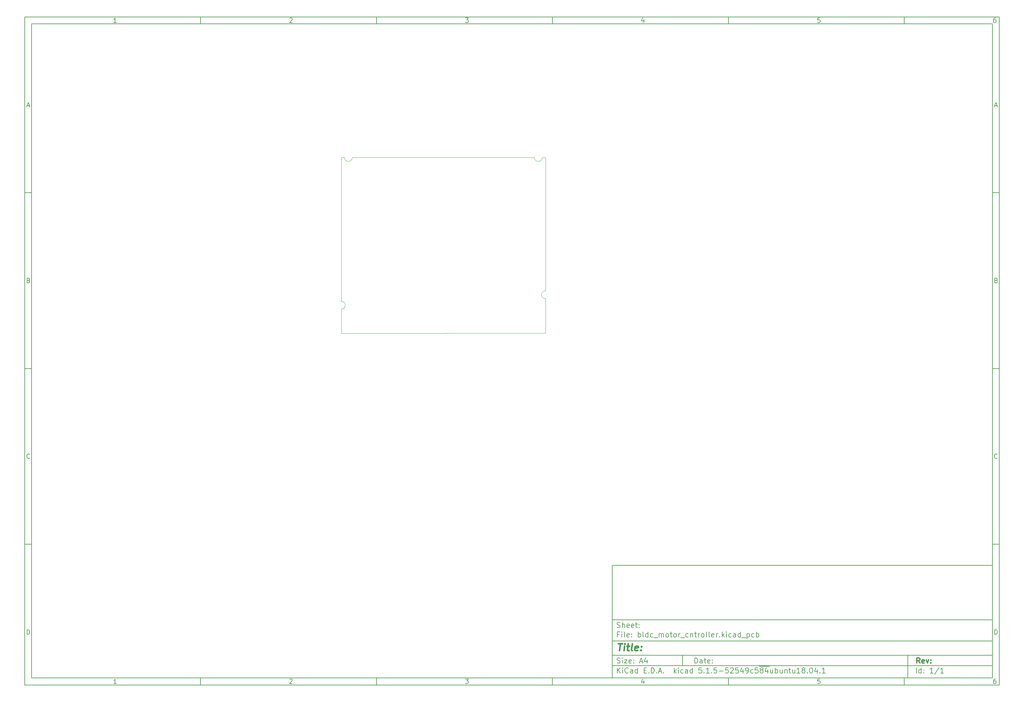
<source format=gbr>
G04 #@! TF.GenerationSoftware,KiCad,Pcbnew,5.1.5-52549c5~84~ubuntu18.04.1*
G04 #@! TF.CreationDate,2020-02-16T22:49:10+01:00*
G04 #@! TF.ProjectId,bldc_motor_cntroller,626c6463-5f6d-46f7-946f-725f636e7472,rev?*
G04 #@! TF.SameCoordinates,Original*
G04 #@! TF.FileFunction,Profile,NP*
%FSLAX46Y46*%
G04 Gerber Fmt 4.6, Leading zero omitted, Abs format (unit mm)*
G04 Created by KiCad (PCBNEW 5.1.5-52549c5~84~ubuntu18.04.1) date 2020-02-16 22:49:10*
%MOMM*%
%LPD*%
G04 APERTURE LIST*
%ADD10C,0.100000*%
%ADD11C,0.150000*%
%ADD12C,0.300000*%
%ADD13C,0.400000*%
G04 APERTURE END LIST*
D10*
D11*
X177002200Y-166007200D02*
X177002200Y-198007200D01*
X285002200Y-198007200D01*
X285002200Y-166007200D01*
X177002200Y-166007200D01*
D10*
D11*
X10000000Y-10000000D02*
X10000000Y-200007200D01*
X287002200Y-200007200D01*
X287002200Y-10000000D01*
X10000000Y-10000000D01*
D10*
D11*
X12000000Y-12000000D02*
X12000000Y-198007200D01*
X285002200Y-198007200D01*
X285002200Y-12000000D01*
X12000000Y-12000000D01*
D10*
D11*
X60000000Y-12000000D02*
X60000000Y-10000000D01*
D10*
D11*
X110000000Y-12000000D02*
X110000000Y-10000000D01*
D10*
D11*
X160000000Y-12000000D02*
X160000000Y-10000000D01*
D10*
D11*
X210000000Y-12000000D02*
X210000000Y-10000000D01*
D10*
D11*
X260000000Y-12000000D02*
X260000000Y-10000000D01*
D10*
D11*
X36065476Y-11588095D02*
X35322619Y-11588095D01*
X35694047Y-11588095D02*
X35694047Y-10288095D01*
X35570238Y-10473809D01*
X35446428Y-10597619D01*
X35322619Y-10659523D01*
D10*
D11*
X85322619Y-10411904D02*
X85384523Y-10350000D01*
X85508333Y-10288095D01*
X85817857Y-10288095D01*
X85941666Y-10350000D01*
X86003571Y-10411904D01*
X86065476Y-10535714D01*
X86065476Y-10659523D01*
X86003571Y-10845238D01*
X85260714Y-11588095D01*
X86065476Y-11588095D01*
D10*
D11*
X135260714Y-10288095D02*
X136065476Y-10288095D01*
X135632142Y-10783333D01*
X135817857Y-10783333D01*
X135941666Y-10845238D01*
X136003571Y-10907142D01*
X136065476Y-11030952D01*
X136065476Y-11340476D01*
X136003571Y-11464285D01*
X135941666Y-11526190D01*
X135817857Y-11588095D01*
X135446428Y-11588095D01*
X135322619Y-11526190D01*
X135260714Y-11464285D01*
D10*
D11*
X185941666Y-10721428D02*
X185941666Y-11588095D01*
X185632142Y-10226190D02*
X185322619Y-11154761D01*
X186127380Y-11154761D01*
D10*
D11*
X236003571Y-10288095D02*
X235384523Y-10288095D01*
X235322619Y-10907142D01*
X235384523Y-10845238D01*
X235508333Y-10783333D01*
X235817857Y-10783333D01*
X235941666Y-10845238D01*
X236003571Y-10907142D01*
X236065476Y-11030952D01*
X236065476Y-11340476D01*
X236003571Y-11464285D01*
X235941666Y-11526190D01*
X235817857Y-11588095D01*
X235508333Y-11588095D01*
X235384523Y-11526190D01*
X235322619Y-11464285D01*
D10*
D11*
X285941666Y-10288095D02*
X285694047Y-10288095D01*
X285570238Y-10350000D01*
X285508333Y-10411904D01*
X285384523Y-10597619D01*
X285322619Y-10845238D01*
X285322619Y-11340476D01*
X285384523Y-11464285D01*
X285446428Y-11526190D01*
X285570238Y-11588095D01*
X285817857Y-11588095D01*
X285941666Y-11526190D01*
X286003571Y-11464285D01*
X286065476Y-11340476D01*
X286065476Y-11030952D01*
X286003571Y-10907142D01*
X285941666Y-10845238D01*
X285817857Y-10783333D01*
X285570238Y-10783333D01*
X285446428Y-10845238D01*
X285384523Y-10907142D01*
X285322619Y-11030952D01*
D10*
D11*
X60000000Y-198007200D02*
X60000000Y-200007200D01*
D10*
D11*
X110000000Y-198007200D02*
X110000000Y-200007200D01*
D10*
D11*
X160000000Y-198007200D02*
X160000000Y-200007200D01*
D10*
D11*
X210000000Y-198007200D02*
X210000000Y-200007200D01*
D10*
D11*
X260000000Y-198007200D02*
X260000000Y-200007200D01*
D10*
D11*
X36065476Y-199595295D02*
X35322619Y-199595295D01*
X35694047Y-199595295D02*
X35694047Y-198295295D01*
X35570238Y-198481009D01*
X35446428Y-198604819D01*
X35322619Y-198666723D01*
D10*
D11*
X85322619Y-198419104D02*
X85384523Y-198357200D01*
X85508333Y-198295295D01*
X85817857Y-198295295D01*
X85941666Y-198357200D01*
X86003571Y-198419104D01*
X86065476Y-198542914D01*
X86065476Y-198666723D01*
X86003571Y-198852438D01*
X85260714Y-199595295D01*
X86065476Y-199595295D01*
D10*
D11*
X135260714Y-198295295D02*
X136065476Y-198295295D01*
X135632142Y-198790533D01*
X135817857Y-198790533D01*
X135941666Y-198852438D01*
X136003571Y-198914342D01*
X136065476Y-199038152D01*
X136065476Y-199347676D01*
X136003571Y-199471485D01*
X135941666Y-199533390D01*
X135817857Y-199595295D01*
X135446428Y-199595295D01*
X135322619Y-199533390D01*
X135260714Y-199471485D01*
D10*
D11*
X185941666Y-198728628D02*
X185941666Y-199595295D01*
X185632142Y-198233390D02*
X185322619Y-199161961D01*
X186127380Y-199161961D01*
D10*
D11*
X236003571Y-198295295D02*
X235384523Y-198295295D01*
X235322619Y-198914342D01*
X235384523Y-198852438D01*
X235508333Y-198790533D01*
X235817857Y-198790533D01*
X235941666Y-198852438D01*
X236003571Y-198914342D01*
X236065476Y-199038152D01*
X236065476Y-199347676D01*
X236003571Y-199471485D01*
X235941666Y-199533390D01*
X235817857Y-199595295D01*
X235508333Y-199595295D01*
X235384523Y-199533390D01*
X235322619Y-199471485D01*
D10*
D11*
X285941666Y-198295295D02*
X285694047Y-198295295D01*
X285570238Y-198357200D01*
X285508333Y-198419104D01*
X285384523Y-198604819D01*
X285322619Y-198852438D01*
X285322619Y-199347676D01*
X285384523Y-199471485D01*
X285446428Y-199533390D01*
X285570238Y-199595295D01*
X285817857Y-199595295D01*
X285941666Y-199533390D01*
X286003571Y-199471485D01*
X286065476Y-199347676D01*
X286065476Y-199038152D01*
X286003571Y-198914342D01*
X285941666Y-198852438D01*
X285817857Y-198790533D01*
X285570238Y-198790533D01*
X285446428Y-198852438D01*
X285384523Y-198914342D01*
X285322619Y-199038152D01*
D10*
D11*
X10000000Y-60000000D02*
X12000000Y-60000000D01*
D10*
D11*
X10000000Y-110000000D02*
X12000000Y-110000000D01*
D10*
D11*
X10000000Y-160000000D02*
X12000000Y-160000000D01*
D10*
D11*
X10690476Y-35216666D02*
X11309523Y-35216666D01*
X10566666Y-35588095D02*
X11000000Y-34288095D01*
X11433333Y-35588095D01*
D10*
D11*
X11092857Y-84907142D02*
X11278571Y-84969047D01*
X11340476Y-85030952D01*
X11402380Y-85154761D01*
X11402380Y-85340476D01*
X11340476Y-85464285D01*
X11278571Y-85526190D01*
X11154761Y-85588095D01*
X10659523Y-85588095D01*
X10659523Y-84288095D01*
X11092857Y-84288095D01*
X11216666Y-84350000D01*
X11278571Y-84411904D01*
X11340476Y-84535714D01*
X11340476Y-84659523D01*
X11278571Y-84783333D01*
X11216666Y-84845238D01*
X11092857Y-84907142D01*
X10659523Y-84907142D01*
D10*
D11*
X11402380Y-135464285D02*
X11340476Y-135526190D01*
X11154761Y-135588095D01*
X11030952Y-135588095D01*
X10845238Y-135526190D01*
X10721428Y-135402380D01*
X10659523Y-135278571D01*
X10597619Y-135030952D01*
X10597619Y-134845238D01*
X10659523Y-134597619D01*
X10721428Y-134473809D01*
X10845238Y-134350000D01*
X11030952Y-134288095D01*
X11154761Y-134288095D01*
X11340476Y-134350000D01*
X11402380Y-134411904D01*
D10*
D11*
X10659523Y-185588095D02*
X10659523Y-184288095D01*
X10969047Y-184288095D01*
X11154761Y-184350000D01*
X11278571Y-184473809D01*
X11340476Y-184597619D01*
X11402380Y-184845238D01*
X11402380Y-185030952D01*
X11340476Y-185278571D01*
X11278571Y-185402380D01*
X11154761Y-185526190D01*
X10969047Y-185588095D01*
X10659523Y-185588095D01*
D10*
D11*
X287002200Y-60000000D02*
X285002200Y-60000000D01*
D10*
D11*
X287002200Y-110000000D02*
X285002200Y-110000000D01*
D10*
D11*
X287002200Y-160000000D02*
X285002200Y-160000000D01*
D10*
D11*
X285692676Y-35216666D02*
X286311723Y-35216666D01*
X285568866Y-35588095D02*
X286002200Y-34288095D01*
X286435533Y-35588095D01*
D10*
D11*
X286095057Y-84907142D02*
X286280771Y-84969047D01*
X286342676Y-85030952D01*
X286404580Y-85154761D01*
X286404580Y-85340476D01*
X286342676Y-85464285D01*
X286280771Y-85526190D01*
X286156961Y-85588095D01*
X285661723Y-85588095D01*
X285661723Y-84288095D01*
X286095057Y-84288095D01*
X286218866Y-84350000D01*
X286280771Y-84411904D01*
X286342676Y-84535714D01*
X286342676Y-84659523D01*
X286280771Y-84783333D01*
X286218866Y-84845238D01*
X286095057Y-84907142D01*
X285661723Y-84907142D01*
D10*
D11*
X286404580Y-135464285D02*
X286342676Y-135526190D01*
X286156961Y-135588095D01*
X286033152Y-135588095D01*
X285847438Y-135526190D01*
X285723628Y-135402380D01*
X285661723Y-135278571D01*
X285599819Y-135030952D01*
X285599819Y-134845238D01*
X285661723Y-134597619D01*
X285723628Y-134473809D01*
X285847438Y-134350000D01*
X286033152Y-134288095D01*
X286156961Y-134288095D01*
X286342676Y-134350000D01*
X286404580Y-134411904D01*
D10*
D11*
X285661723Y-185588095D02*
X285661723Y-184288095D01*
X285971247Y-184288095D01*
X286156961Y-184350000D01*
X286280771Y-184473809D01*
X286342676Y-184597619D01*
X286404580Y-184845238D01*
X286404580Y-185030952D01*
X286342676Y-185278571D01*
X286280771Y-185402380D01*
X286156961Y-185526190D01*
X285971247Y-185588095D01*
X285661723Y-185588095D01*
D10*
D11*
X200434342Y-193785771D02*
X200434342Y-192285771D01*
X200791485Y-192285771D01*
X201005771Y-192357200D01*
X201148628Y-192500057D01*
X201220057Y-192642914D01*
X201291485Y-192928628D01*
X201291485Y-193142914D01*
X201220057Y-193428628D01*
X201148628Y-193571485D01*
X201005771Y-193714342D01*
X200791485Y-193785771D01*
X200434342Y-193785771D01*
X202577200Y-193785771D02*
X202577200Y-193000057D01*
X202505771Y-192857200D01*
X202362914Y-192785771D01*
X202077200Y-192785771D01*
X201934342Y-192857200D01*
X202577200Y-193714342D02*
X202434342Y-193785771D01*
X202077200Y-193785771D01*
X201934342Y-193714342D01*
X201862914Y-193571485D01*
X201862914Y-193428628D01*
X201934342Y-193285771D01*
X202077200Y-193214342D01*
X202434342Y-193214342D01*
X202577200Y-193142914D01*
X203077200Y-192785771D02*
X203648628Y-192785771D01*
X203291485Y-192285771D02*
X203291485Y-193571485D01*
X203362914Y-193714342D01*
X203505771Y-193785771D01*
X203648628Y-193785771D01*
X204720057Y-193714342D02*
X204577200Y-193785771D01*
X204291485Y-193785771D01*
X204148628Y-193714342D01*
X204077200Y-193571485D01*
X204077200Y-193000057D01*
X204148628Y-192857200D01*
X204291485Y-192785771D01*
X204577200Y-192785771D01*
X204720057Y-192857200D01*
X204791485Y-193000057D01*
X204791485Y-193142914D01*
X204077200Y-193285771D01*
X205434342Y-193642914D02*
X205505771Y-193714342D01*
X205434342Y-193785771D01*
X205362914Y-193714342D01*
X205434342Y-193642914D01*
X205434342Y-193785771D01*
X205434342Y-192857200D02*
X205505771Y-192928628D01*
X205434342Y-193000057D01*
X205362914Y-192928628D01*
X205434342Y-192857200D01*
X205434342Y-193000057D01*
D10*
D11*
X177002200Y-194507200D02*
X285002200Y-194507200D01*
D10*
D11*
X178434342Y-196585771D02*
X178434342Y-195085771D01*
X179291485Y-196585771D02*
X178648628Y-195728628D01*
X179291485Y-195085771D02*
X178434342Y-195942914D01*
X179934342Y-196585771D02*
X179934342Y-195585771D01*
X179934342Y-195085771D02*
X179862914Y-195157200D01*
X179934342Y-195228628D01*
X180005771Y-195157200D01*
X179934342Y-195085771D01*
X179934342Y-195228628D01*
X181505771Y-196442914D02*
X181434342Y-196514342D01*
X181220057Y-196585771D01*
X181077200Y-196585771D01*
X180862914Y-196514342D01*
X180720057Y-196371485D01*
X180648628Y-196228628D01*
X180577200Y-195942914D01*
X180577200Y-195728628D01*
X180648628Y-195442914D01*
X180720057Y-195300057D01*
X180862914Y-195157200D01*
X181077200Y-195085771D01*
X181220057Y-195085771D01*
X181434342Y-195157200D01*
X181505771Y-195228628D01*
X182791485Y-196585771D02*
X182791485Y-195800057D01*
X182720057Y-195657200D01*
X182577200Y-195585771D01*
X182291485Y-195585771D01*
X182148628Y-195657200D01*
X182791485Y-196514342D02*
X182648628Y-196585771D01*
X182291485Y-196585771D01*
X182148628Y-196514342D01*
X182077200Y-196371485D01*
X182077200Y-196228628D01*
X182148628Y-196085771D01*
X182291485Y-196014342D01*
X182648628Y-196014342D01*
X182791485Y-195942914D01*
X184148628Y-196585771D02*
X184148628Y-195085771D01*
X184148628Y-196514342D02*
X184005771Y-196585771D01*
X183720057Y-196585771D01*
X183577200Y-196514342D01*
X183505771Y-196442914D01*
X183434342Y-196300057D01*
X183434342Y-195871485D01*
X183505771Y-195728628D01*
X183577200Y-195657200D01*
X183720057Y-195585771D01*
X184005771Y-195585771D01*
X184148628Y-195657200D01*
X186005771Y-195800057D02*
X186505771Y-195800057D01*
X186720057Y-196585771D02*
X186005771Y-196585771D01*
X186005771Y-195085771D01*
X186720057Y-195085771D01*
X187362914Y-196442914D02*
X187434342Y-196514342D01*
X187362914Y-196585771D01*
X187291485Y-196514342D01*
X187362914Y-196442914D01*
X187362914Y-196585771D01*
X188077200Y-196585771D02*
X188077200Y-195085771D01*
X188434342Y-195085771D01*
X188648628Y-195157200D01*
X188791485Y-195300057D01*
X188862914Y-195442914D01*
X188934342Y-195728628D01*
X188934342Y-195942914D01*
X188862914Y-196228628D01*
X188791485Y-196371485D01*
X188648628Y-196514342D01*
X188434342Y-196585771D01*
X188077200Y-196585771D01*
X189577200Y-196442914D02*
X189648628Y-196514342D01*
X189577200Y-196585771D01*
X189505771Y-196514342D01*
X189577200Y-196442914D01*
X189577200Y-196585771D01*
X190220057Y-196157200D02*
X190934342Y-196157200D01*
X190077200Y-196585771D02*
X190577200Y-195085771D01*
X191077200Y-196585771D01*
X191577200Y-196442914D02*
X191648628Y-196514342D01*
X191577200Y-196585771D01*
X191505771Y-196514342D01*
X191577200Y-196442914D01*
X191577200Y-196585771D01*
X194577200Y-196585771D02*
X194577200Y-195085771D01*
X194720057Y-196014342D02*
X195148628Y-196585771D01*
X195148628Y-195585771D02*
X194577200Y-196157200D01*
X195791485Y-196585771D02*
X195791485Y-195585771D01*
X195791485Y-195085771D02*
X195720057Y-195157200D01*
X195791485Y-195228628D01*
X195862914Y-195157200D01*
X195791485Y-195085771D01*
X195791485Y-195228628D01*
X197148628Y-196514342D02*
X197005771Y-196585771D01*
X196720057Y-196585771D01*
X196577200Y-196514342D01*
X196505771Y-196442914D01*
X196434342Y-196300057D01*
X196434342Y-195871485D01*
X196505771Y-195728628D01*
X196577200Y-195657200D01*
X196720057Y-195585771D01*
X197005771Y-195585771D01*
X197148628Y-195657200D01*
X198434342Y-196585771D02*
X198434342Y-195800057D01*
X198362914Y-195657200D01*
X198220057Y-195585771D01*
X197934342Y-195585771D01*
X197791485Y-195657200D01*
X198434342Y-196514342D02*
X198291485Y-196585771D01*
X197934342Y-196585771D01*
X197791485Y-196514342D01*
X197720057Y-196371485D01*
X197720057Y-196228628D01*
X197791485Y-196085771D01*
X197934342Y-196014342D01*
X198291485Y-196014342D01*
X198434342Y-195942914D01*
X199791485Y-196585771D02*
X199791485Y-195085771D01*
X199791485Y-196514342D02*
X199648628Y-196585771D01*
X199362914Y-196585771D01*
X199220057Y-196514342D01*
X199148628Y-196442914D01*
X199077200Y-196300057D01*
X199077200Y-195871485D01*
X199148628Y-195728628D01*
X199220057Y-195657200D01*
X199362914Y-195585771D01*
X199648628Y-195585771D01*
X199791485Y-195657200D01*
X202362914Y-195085771D02*
X201648628Y-195085771D01*
X201577200Y-195800057D01*
X201648628Y-195728628D01*
X201791485Y-195657200D01*
X202148628Y-195657200D01*
X202291485Y-195728628D01*
X202362914Y-195800057D01*
X202434342Y-195942914D01*
X202434342Y-196300057D01*
X202362914Y-196442914D01*
X202291485Y-196514342D01*
X202148628Y-196585771D01*
X201791485Y-196585771D01*
X201648628Y-196514342D01*
X201577200Y-196442914D01*
X203077200Y-196442914D02*
X203148628Y-196514342D01*
X203077200Y-196585771D01*
X203005771Y-196514342D01*
X203077200Y-196442914D01*
X203077200Y-196585771D01*
X204577200Y-196585771D02*
X203720057Y-196585771D01*
X204148628Y-196585771D02*
X204148628Y-195085771D01*
X204005771Y-195300057D01*
X203862914Y-195442914D01*
X203720057Y-195514342D01*
X205220057Y-196442914D02*
X205291485Y-196514342D01*
X205220057Y-196585771D01*
X205148628Y-196514342D01*
X205220057Y-196442914D01*
X205220057Y-196585771D01*
X206648628Y-195085771D02*
X205934342Y-195085771D01*
X205862914Y-195800057D01*
X205934342Y-195728628D01*
X206077200Y-195657200D01*
X206434342Y-195657200D01*
X206577200Y-195728628D01*
X206648628Y-195800057D01*
X206720057Y-195942914D01*
X206720057Y-196300057D01*
X206648628Y-196442914D01*
X206577200Y-196514342D01*
X206434342Y-196585771D01*
X206077200Y-196585771D01*
X205934342Y-196514342D01*
X205862914Y-196442914D01*
X207362914Y-196014342D02*
X208505771Y-196014342D01*
X209934342Y-195085771D02*
X209220057Y-195085771D01*
X209148628Y-195800057D01*
X209220057Y-195728628D01*
X209362914Y-195657200D01*
X209720057Y-195657200D01*
X209862914Y-195728628D01*
X209934342Y-195800057D01*
X210005771Y-195942914D01*
X210005771Y-196300057D01*
X209934342Y-196442914D01*
X209862914Y-196514342D01*
X209720057Y-196585771D01*
X209362914Y-196585771D01*
X209220057Y-196514342D01*
X209148628Y-196442914D01*
X210577200Y-195228628D02*
X210648628Y-195157200D01*
X210791485Y-195085771D01*
X211148628Y-195085771D01*
X211291485Y-195157200D01*
X211362914Y-195228628D01*
X211434342Y-195371485D01*
X211434342Y-195514342D01*
X211362914Y-195728628D01*
X210505771Y-196585771D01*
X211434342Y-196585771D01*
X212791485Y-195085771D02*
X212077200Y-195085771D01*
X212005771Y-195800057D01*
X212077200Y-195728628D01*
X212220057Y-195657200D01*
X212577200Y-195657200D01*
X212720057Y-195728628D01*
X212791485Y-195800057D01*
X212862914Y-195942914D01*
X212862914Y-196300057D01*
X212791485Y-196442914D01*
X212720057Y-196514342D01*
X212577200Y-196585771D01*
X212220057Y-196585771D01*
X212077200Y-196514342D01*
X212005771Y-196442914D01*
X214148628Y-195585771D02*
X214148628Y-196585771D01*
X213791485Y-195014342D02*
X213434342Y-196085771D01*
X214362914Y-196085771D01*
X215005771Y-196585771D02*
X215291485Y-196585771D01*
X215434342Y-196514342D01*
X215505771Y-196442914D01*
X215648628Y-196228628D01*
X215720057Y-195942914D01*
X215720057Y-195371485D01*
X215648628Y-195228628D01*
X215577200Y-195157200D01*
X215434342Y-195085771D01*
X215148628Y-195085771D01*
X215005771Y-195157200D01*
X214934342Y-195228628D01*
X214862914Y-195371485D01*
X214862914Y-195728628D01*
X214934342Y-195871485D01*
X215005771Y-195942914D01*
X215148628Y-196014342D01*
X215434342Y-196014342D01*
X215577200Y-195942914D01*
X215648628Y-195871485D01*
X215720057Y-195728628D01*
X217005771Y-196514342D02*
X216862914Y-196585771D01*
X216577200Y-196585771D01*
X216434342Y-196514342D01*
X216362914Y-196442914D01*
X216291485Y-196300057D01*
X216291485Y-195871485D01*
X216362914Y-195728628D01*
X216434342Y-195657200D01*
X216577200Y-195585771D01*
X216862914Y-195585771D01*
X217005771Y-195657200D01*
X218362914Y-195085771D02*
X217648628Y-195085771D01*
X217577200Y-195800057D01*
X217648628Y-195728628D01*
X217791485Y-195657200D01*
X218148628Y-195657200D01*
X218291485Y-195728628D01*
X218362914Y-195800057D01*
X218434342Y-195942914D01*
X218434342Y-196300057D01*
X218362914Y-196442914D01*
X218291485Y-196514342D01*
X218148628Y-196585771D01*
X217791485Y-196585771D01*
X217648628Y-196514342D01*
X217577200Y-196442914D01*
X218720057Y-194677200D02*
X220148628Y-194677200D01*
X219291485Y-195728628D02*
X219148628Y-195657200D01*
X219077200Y-195585771D01*
X219005771Y-195442914D01*
X219005771Y-195371485D01*
X219077200Y-195228628D01*
X219148628Y-195157200D01*
X219291485Y-195085771D01*
X219577200Y-195085771D01*
X219720057Y-195157200D01*
X219791485Y-195228628D01*
X219862914Y-195371485D01*
X219862914Y-195442914D01*
X219791485Y-195585771D01*
X219720057Y-195657200D01*
X219577200Y-195728628D01*
X219291485Y-195728628D01*
X219148628Y-195800057D01*
X219077200Y-195871485D01*
X219005771Y-196014342D01*
X219005771Y-196300057D01*
X219077200Y-196442914D01*
X219148628Y-196514342D01*
X219291485Y-196585771D01*
X219577200Y-196585771D01*
X219720057Y-196514342D01*
X219791485Y-196442914D01*
X219862914Y-196300057D01*
X219862914Y-196014342D01*
X219791485Y-195871485D01*
X219720057Y-195800057D01*
X219577200Y-195728628D01*
X220148628Y-194677200D02*
X221577199Y-194677200D01*
X221148628Y-195585771D02*
X221148628Y-196585771D01*
X220791485Y-195014342D02*
X220434342Y-196085771D01*
X221362914Y-196085771D01*
X222577199Y-195585771D02*
X222577199Y-196585771D01*
X221934342Y-195585771D02*
X221934342Y-196371485D01*
X222005771Y-196514342D01*
X222148628Y-196585771D01*
X222362914Y-196585771D01*
X222505771Y-196514342D01*
X222577199Y-196442914D01*
X223291485Y-196585771D02*
X223291485Y-195085771D01*
X223291485Y-195657200D02*
X223434342Y-195585771D01*
X223720057Y-195585771D01*
X223862914Y-195657200D01*
X223934342Y-195728628D01*
X224005771Y-195871485D01*
X224005771Y-196300057D01*
X223934342Y-196442914D01*
X223862914Y-196514342D01*
X223720057Y-196585771D01*
X223434342Y-196585771D01*
X223291485Y-196514342D01*
X225291485Y-195585771D02*
X225291485Y-196585771D01*
X224648628Y-195585771D02*
X224648628Y-196371485D01*
X224720057Y-196514342D01*
X224862914Y-196585771D01*
X225077199Y-196585771D01*
X225220057Y-196514342D01*
X225291485Y-196442914D01*
X226005771Y-195585771D02*
X226005771Y-196585771D01*
X226005771Y-195728628D02*
X226077199Y-195657200D01*
X226220057Y-195585771D01*
X226434342Y-195585771D01*
X226577199Y-195657200D01*
X226648628Y-195800057D01*
X226648628Y-196585771D01*
X227148628Y-195585771D02*
X227720057Y-195585771D01*
X227362914Y-195085771D02*
X227362914Y-196371485D01*
X227434342Y-196514342D01*
X227577200Y-196585771D01*
X227720057Y-196585771D01*
X228862914Y-195585771D02*
X228862914Y-196585771D01*
X228220057Y-195585771D02*
X228220057Y-196371485D01*
X228291485Y-196514342D01*
X228434342Y-196585771D01*
X228648628Y-196585771D01*
X228791485Y-196514342D01*
X228862914Y-196442914D01*
X230362914Y-196585771D02*
X229505771Y-196585771D01*
X229934342Y-196585771D02*
X229934342Y-195085771D01*
X229791485Y-195300057D01*
X229648628Y-195442914D01*
X229505771Y-195514342D01*
X231220057Y-195728628D02*
X231077199Y-195657200D01*
X231005771Y-195585771D01*
X230934342Y-195442914D01*
X230934342Y-195371485D01*
X231005771Y-195228628D01*
X231077199Y-195157200D01*
X231220057Y-195085771D01*
X231505771Y-195085771D01*
X231648628Y-195157200D01*
X231720057Y-195228628D01*
X231791485Y-195371485D01*
X231791485Y-195442914D01*
X231720057Y-195585771D01*
X231648628Y-195657200D01*
X231505771Y-195728628D01*
X231220057Y-195728628D01*
X231077199Y-195800057D01*
X231005771Y-195871485D01*
X230934342Y-196014342D01*
X230934342Y-196300057D01*
X231005771Y-196442914D01*
X231077199Y-196514342D01*
X231220057Y-196585771D01*
X231505771Y-196585771D01*
X231648628Y-196514342D01*
X231720057Y-196442914D01*
X231791485Y-196300057D01*
X231791485Y-196014342D01*
X231720057Y-195871485D01*
X231648628Y-195800057D01*
X231505771Y-195728628D01*
X232434342Y-196442914D02*
X232505771Y-196514342D01*
X232434342Y-196585771D01*
X232362914Y-196514342D01*
X232434342Y-196442914D01*
X232434342Y-196585771D01*
X233434342Y-195085771D02*
X233577199Y-195085771D01*
X233720057Y-195157200D01*
X233791485Y-195228628D01*
X233862914Y-195371485D01*
X233934342Y-195657200D01*
X233934342Y-196014342D01*
X233862914Y-196300057D01*
X233791485Y-196442914D01*
X233720057Y-196514342D01*
X233577199Y-196585771D01*
X233434342Y-196585771D01*
X233291485Y-196514342D01*
X233220057Y-196442914D01*
X233148628Y-196300057D01*
X233077199Y-196014342D01*
X233077199Y-195657200D01*
X233148628Y-195371485D01*
X233220057Y-195228628D01*
X233291485Y-195157200D01*
X233434342Y-195085771D01*
X235220057Y-195585771D02*
X235220057Y-196585771D01*
X234862914Y-195014342D02*
X234505771Y-196085771D01*
X235434342Y-196085771D01*
X236005771Y-196442914D02*
X236077199Y-196514342D01*
X236005771Y-196585771D01*
X235934342Y-196514342D01*
X236005771Y-196442914D01*
X236005771Y-196585771D01*
X237505771Y-196585771D02*
X236648628Y-196585771D01*
X237077199Y-196585771D02*
X237077199Y-195085771D01*
X236934342Y-195300057D01*
X236791485Y-195442914D01*
X236648628Y-195514342D01*
D10*
D11*
X177002200Y-191507200D02*
X285002200Y-191507200D01*
D10*
D12*
X264411485Y-193785771D02*
X263911485Y-193071485D01*
X263554342Y-193785771D02*
X263554342Y-192285771D01*
X264125771Y-192285771D01*
X264268628Y-192357200D01*
X264340057Y-192428628D01*
X264411485Y-192571485D01*
X264411485Y-192785771D01*
X264340057Y-192928628D01*
X264268628Y-193000057D01*
X264125771Y-193071485D01*
X263554342Y-193071485D01*
X265625771Y-193714342D02*
X265482914Y-193785771D01*
X265197200Y-193785771D01*
X265054342Y-193714342D01*
X264982914Y-193571485D01*
X264982914Y-193000057D01*
X265054342Y-192857200D01*
X265197200Y-192785771D01*
X265482914Y-192785771D01*
X265625771Y-192857200D01*
X265697200Y-193000057D01*
X265697200Y-193142914D01*
X264982914Y-193285771D01*
X266197200Y-192785771D02*
X266554342Y-193785771D01*
X266911485Y-192785771D01*
X267482914Y-193642914D02*
X267554342Y-193714342D01*
X267482914Y-193785771D01*
X267411485Y-193714342D01*
X267482914Y-193642914D01*
X267482914Y-193785771D01*
X267482914Y-192857200D02*
X267554342Y-192928628D01*
X267482914Y-193000057D01*
X267411485Y-192928628D01*
X267482914Y-192857200D01*
X267482914Y-193000057D01*
D10*
D11*
X178362914Y-193714342D02*
X178577200Y-193785771D01*
X178934342Y-193785771D01*
X179077200Y-193714342D01*
X179148628Y-193642914D01*
X179220057Y-193500057D01*
X179220057Y-193357200D01*
X179148628Y-193214342D01*
X179077200Y-193142914D01*
X178934342Y-193071485D01*
X178648628Y-193000057D01*
X178505771Y-192928628D01*
X178434342Y-192857200D01*
X178362914Y-192714342D01*
X178362914Y-192571485D01*
X178434342Y-192428628D01*
X178505771Y-192357200D01*
X178648628Y-192285771D01*
X179005771Y-192285771D01*
X179220057Y-192357200D01*
X179862914Y-193785771D02*
X179862914Y-192785771D01*
X179862914Y-192285771D02*
X179791485Y-192357200D01*
X179862914Y-192428628D01*
X179934342Y-192357200D01*
X179862914Y-192285771D01*
X179862914Y-192428628D01*
X180434342Y-192785771D02*
X181220057Y-192785771D01*
X180434342Y-193785771D01*
X181220057Y-193785771D01*
X182362914Y-193714342D02*
X182220057Y-193785771D01*
X181934342Y-193785771D01*
X181791485Y-193714342D01*
X181720057Y-193571485D01*
X181720057Y-193000057D01*
X181791485Y-192857200D01*
X181934342Y-192785771D01*
X182220057Y-192785771D01*
X182362914Y-192857200D01*
X182434342Y-193000057D01*
X182434342Y-193142914D01*
X181720057Y-193285771D01*
X183077200Y-193642914D02*
X183148628Y-193714342D01*
X183077200Y-193785771D01*
X183005771Y-193714342D01*
X183077200Y-193642914D01*
X183077200Y-193785771D01*
X183077200Y-192857200D02*
X183148628Y-192928628D01*
X183077200Y-193000057D01*
X183005771Y-192928628D01*
X183077200Y-192857200D01*
X183077200Y-193000057D01*
X184862914Y-193357200D02*
X185577200Y-193357200D01*
X184720057Y-193785771D02*
X185220057Y-192285771D01*
X185720057Y-193785771D01*
X186862914Y-192785771D02*
X186862914Y-193785771D01*
X186505771Y-192214342D02*
X186148628Y-193285771D01*
X187077200Y-193285771D01*
D10*
D11*
X263434342Y-196585771D02*
X263434342Y-195085771D01*
X264791485Y-196585771D02*
X264791485Y-195085771D01*
X264791485Y-196514342D02*
X264648628Y-196585771D01*
X264362914Y-196585771D01*
X264220057Y-196514342D01*
X264148628Y-196442914D01*
X264077200Y-196300057D01*
X264077200Y-195871485D01*
X264148628Y-195728628D01*
X264220057Y-195657200D01*
X264362914Y-195585771D01*
X264648628Y-195585771D01*
X264791485Y-195657200D01*
X265505771Y-196442914D02*
X265577200Y-196514342D01*
X265505771Y-196585771D01*
X265434342Y-196514342D01*
X265505771Y-196442914D01*
X265505771Y-196585771D01*
X265505771Y-195657200D02*
X265577200Y-195728628D01*
X265505771Y-195800057D01*
X265434342Y-195728628D01*
X265505771Y-195657200D01*
X265505771Y-195800057D01*
X268148628Y-196585771D02*
X267291485Y-196585771D01*
X267720057Y-196585771D02*
X267720057Y-195085771D01*
X267577200Y-195300057D01*
X267434342Y-195442914D01*
X267291485Y-195514342D01*
X269862914Y-195014342D02*
X268577200Y-196942914D01*
X271148628Y-196585771D02*
X270291485Y-196585771D01*
X270720057Y-196585771D02*
X270720057Y-195085771D01*
X270577200Y-195300057D01*
X270434342Y-195442914D01*
X270291485Y-195514342D01*
D10*
D11*
X177002200Y-187507200D02*
X285002200Y-187507200D01*
D10*
D13*
X178714580Y-188211961D02*
X179857438Y-188211961D01*
X179036009Y-190211961D02*
X179286009Y-188211961D01*
X180274104Y-190211961D02*
X180440771Y-188878628D01*
X180524104Y-188211961D02*
X180416961Y-188307200D01*
X180500295Y-188402438D01*
X180607438Y-188307200D01*
X180524104Y-188211961D01*
X180500295Y-188402438D01*
X181107438Y-188878628D02*
X181869342Y-188878628D01*
X181476485Y-188211961D02*
X181262200Y-189926247D01*
X181333628Y-190116723D01*
X181512200Y-190211961D01*
X181702676Y-190211961D01*
X182655057Y-190211961D02*
X182476485Y-190116723D01*
X182405057Y-189926247D01*
X182619342Y-188211961D01*
X184190771Y-190116723D02*
X183988390Y-190211961D01*
X183607438Y-190211961D01*
X183428866Y-190116723D01*
X183357438Y-189926247D01*
X183452676Y-189164342D01*
X183571723Y-188973866D01*
X183774104Y-188878628D01*
X184155057Y-188878628D01*
X184333628Y-188973866D01*
X184405057Y-189164342D01*
X184381247Y-189354819D01*
X183405057Y-189545295D01*
X185155057Y-190021485D02*
X185238390Y-190116723D01*
X185131247Y-190211961D01*
X185047914Y-190116723D01*
X185155057Y-190021485D01*
X185131247Y-190211961D01*
X185286009Y-188973866D02*
X185369342Y-189069104D01*
X185262200Y-189164342D01*
X185178866Y-189069104D01*
X185286009Y-188973866D01*
X185262200Y-189164342D01*
D10*
D11*
X178934342Y-185600057D02*
X178434342Y-185600057D01*
X178434342Y-186385771D02*
X178434342Y-184885771D01*
X179148628Y-184885771D01*
X179720057Y-186385771D02*
X179720057Y-185385771D01*
X179720057Y-184885771D02*
X179648628Y-184957200D01*
X179720057Y-185028628D01*
X179791485Y-184957200D01*
X179720057Y-184885771D01*
X179720057Y-185028628D01*
X180648628Y-186385771D02*
X180505771Y-186314342D01*
X180434342Y-186171485D01*
X180434342Y-184885771D01*
X181791485Y-186314342D02*
X181648628Y-186385771D01*
X181362914Y-186385771D01*
X181220057Y-186314342D01*
X181148628Y-186171485D01*
X181148628Y-185600057D01*
X181220057Y-185457200D01*
X181362914Y-185385771D01*
X181648628Y-185385771D01*
X181791485Y-185457200D01*
X181862914Y-185600057D01*
X181862914Y-185742914D01*
X181148628Y-185885771D01*
X182505771Y-186242914D02*
X182577200Y-186314342D01*
X182505771Y-186385771D01*
X182434342Y-186314342D01*
X182505771Y-186242914D01*
X182505771Y-186385771D01*
X182505771Y-185457200D02*
X182577200Y-185528628D01*
X182505771Y-185600057D01*
X182434342Y-185528628D01*
X182505771Y-185457200D01*
X182505771Y-185600057D01*
X184362914Y-186385771D02*
X184362914Y-184885771D01*
X184362914Y-185457200D02*
X184505771Y-185385771D01*
X184791485Y-185385771D01*
X184934342Y-185457200D01*
X185005771Y-185528628D01*
X185077200Y-185671485D01*
X185077200Y-186100057D01*
X185005771Y-186242914D01*
X184934342Y-186314342D01*
X184791485Y-186385771D01*
X184505771Y-186385771D01*
X184362914Y-186314342D01*
X185934342Y-186385771D02*
X185791485Y-186314342D01*
X185720057Y-186171485D01*
X185720057Y-184885771D01*
X187148628Y-186385771D02*
X187148628Y-184885771D01*
X187148628Y-186314342D02*
X187005771Y-186385771D01*
X186720057Y-186385771D01*
X186577200Y-186314342D01*
X186505771Y-186242914D01*
X186434342Y-186100057D01*
X186434342Y-185671485D01*
X186505771Y-185528628D01*
X186577200Y-185457200D01*
X186720057Y-185385771D01*
X187005771Y-185385771D01*
X187148628Y-185457200D01*
X188505771Y-186314342D02*
X188362914Y-186385771D01*
X188077200Y-186385771D01*
X187934342Y-186314342D01*
X187862914Y-186242914D01*
X187791485Y-186100057D01*
X187791485Y-185671485D01*
X187862914Y-185528628D01*
X187934342Y-185457200D01*
X188077200Y-185385771D01*
X188362914Y-185385771D01*
X188505771Y-185457200D01*
X188791485Y-186528628D02*
X189934342Y-186528628D01*
X190291485Y-186385771D02*
X190291485Y-185385771D01*
X190291485Y-185528628D02*
X190362914Y-185457200D01*
X190505771Y-185385771D01*
X190720057Y-185385771D01*
X190862914Y-185457200D01*
X190934342Y-185600057D01*
X190934342Y-186385771D01*
X190934342Y-185600057D02*
X191005771Y-185457200D01*
X191148628Y-185385771D01*
X191362914Y-185385771D01*
X191505771Y-185457200D01*
X191577200Y-185600057D01*
X191577200Y-186385771D01*
X192505771Y-186385771D02*
X192362914Y-186314342D01*
X192291485Y-186242914D01*
X192220057Y-186100057D01*
X192220057Y-185671485D01*
X192291485Y-185528628D01*
X192362914Y-185457200D01*
X192505771Y-185385771D01*
X192720057Y-185385771D01*
X192862914Y-185457200D01*
X192934342Y-185528628D01*
X193005771Y-185671485D01*
X193005771Y-186100057D01*
X192934342Y-186242914D01*
X192862914Y-186314342D01*
X192720057Y-186385771D01*
X192505771Y-186385771D01*
X193434342Y-185385771D02*
X194005771Y-185385771D01*
X193648628Y-184885771D02*
X193648628Y-186171485D01*
X193720057Y-186314342D01*
X193862914Y-186385771D01*
X194005771Y-186385771D01*
X194720057Y-186385771D02*
X194577200Y-186314342D01*
X194505771Y-186242914D01*
X194434342Y-186100057D01*
X194434342Y-185671485D01*
X194505771Y-185528628D01*
X194577200Y-185457200D01*
X194720057Y-185385771D01*
X194934342Y-185385771D01*
X195077200Y-185457200D01*
X195148628Y-185528628D01*
X195220057Y-185671485D01*
X195220057Y-186100057D01*
X195148628Y-186242914D01*
X195077200Y-186314342D01*
X194934342Y-186385771D01*
X194720057Y-186385771D01*
X195862914Y-186385771D02*
X195862914Y-185385771D01*
X195862914Y-185671485D02*
X195934342Y-185528628D01*
X196005771Y-185457200D01*
X196148628Y-185385771D01*
X196291485Y-185385771D01*
X196434342Y-186528628D02*
X197577200Y-186528628D01*
X198577200Y-186314342D02*
X198434342Y-186385771D01*
X198148628Y-186385771D01*
X198005771Y-186314342D01*
X197934342Y-186242914D01*
X197862914Y-186100057D01*
X197862914Y-185671485D01*
X197934342Y-185528628D01*
X198005771Y-185457200D01*
X198148628Y-185385771D01*
X198434342Y-185385771D01*
X198577200Y-185457200D01*
X199220057Y-185385771D02*
X199220057Y-186385771D01*
X199220057Y-185528628D02*
X199291485Y-185457200D01*
X199434342Y-185385771D01*
X199648628Y-185385771D01*
X199791485Y-185457200D01*
X199862914Y-185600057D01*
X199862914Y-186385771D01*
X200362914Y-185385771D02*
X200934342Y-185385771D01*
X200577200Y-184885771D02*
X200577200Y-186171485D01*
X200648628Y-186314342D01*
X200791485Y-186385771D01*
X200934342Y-186385771D01*
X201434342Y-186385771D02*
X201434342Y-185385771D01*
X201434342Y-185671485D02*
X201505771Y-185528628D01*
X201577200Y-185457200D01*
X201720057Y-185385771D01*
X201862914Y-185385771D01*
X202577200Y-186385771D02*
X202434342Y-186314342D01*
X202362914Y-186242914D01*
X202291485Y-186100057D01*
X202291485Y-185671485D01*
X202362914Y-185528628D01*
X202434342Y-185457200D01*
X202577200Y-185385771D01*
X202791485Y-185385771D01*
X202934342Y-185457200D01*
X203005771Y-185528628D01*
X203077200Y-185671485D01*
X203077200Y-186100057D01*
X203005771Y-186242914D01*
X202934342Y-186314342D01*
X202791485Y-186385771D01*
X202577200Y-186385771D01*
X203934342Y-186385771D02*
X203791485Y-186314342D01*
X203720057Y-186171485D01*
X203720057Y-184885771D01*
X204720057Y-186385771D02*
X204577200Y-186314342D01*
X204505771Y-186171485D01*
X204505771Y-184885771D01*
X205862914Y-186314342D02*
X205720057Y-186385771D01*
X205434342Y-186385771D01*
X205291485Y-186314342D01*
X205220057Y-186171485D01*
X205220057Y-185600057D01*
X205291485Y-185457200D01*
X205434342Y-185385771D01*
X205720057Y-185385771D01*
X205862914Y-185457200D01*
X205934342Y-185600057D01*
X205934342Y-185742914D01*
X205220057Y-185885771D01*
X206577200Y-186385771D02*
X206577200Y-185385771D01*
X206577200Y-185671485D02*
X206648628Y-185528628D01*
X206720057Y-185457200D01*
X206862914Y-185385771D01*
X207005771Y-185385771D01*
X207505771Y-186242914D02*
X207577200Y-186314342D01*
X207505771Y-186385771D01*
X207434342Y-186314342D01*
X207505771Y-186242914D01*
X207505771Y-186385771D01*
X208220057Y-186385771D02*
X208220057Y-184885771D01*
X208362914Y-185814342D02*
X208791485Y-186385771D01*
X208791485Y-185385771D02*
X208220057Y-185957200D01*
X209434342Y-186385771D02*
X209434342Y-185385771D01*
X209434342Y-184885771D02*
X209362914Y-184957200D01*
X209434342Y-185028628D01*
X209505771Y-184957200D01*
X209434342Y-184885771D01*
X209434342Y-185028628D01*
X210791485Y-186314342D02*
X210648628Y-186385771D01*
X210362914Y-186385771D01*
X210220057Y-186314342D01*
X210148628Y-186242914D01*
X210077200Y-186100057D01*
X210077200Y-185671485D01*
X210148628Y-185528628D01*
X210220057Y-185457200D01*
X210362914Y-185385771D01*
X210648628Y-185385771D01*
X210791485Y-185457200D01*
X212077200Y-186385771D02*
X212077200Y-185600057D01*
X212005771Y-185457200D01*
X211862914Y-185385771D01*
X211577200Y-185385771D01*
X211434342Y-185457200D01*
X212077200Y-186314342D02*
X211934342Y-186385771D01*
X211577200Y-186385771D01*
X211434342Y-186314342D01*
X211362914Y-186171485D01*
X211362914Y-186028628D01*
X211434342Y-185885771D01*
X211577200Y-185814342D01*
X211934342Y-185814342D01*
X212077200Y-185742914D01*
X213434342Y-186385771D02*
X213434342Y-184885771D01*
X213434342Y-186314342D02*
X213291485Y-186385771D01*
X213005771Y-186385771D01*
X212862914Y-186314342D01*
X212791485Y-186242914D01*
X212720057Y-186100057D01*
X212720057Y-185671485D01*
X212791485Y-185528628D01*
X212862914Y-185457200D01*
X213005771Y-185385771D01*
X213291485Y-185385771D01*
X213434342Y-185457200D01*
X213791485Y-186528628D02*
X214934342Y-186528628D01*
X215291485Y-185385771D02*
X215291485Y-186885771D01*
X215291485Y-185457200D02*
X215434342Y-185385771D01*
X215720057Y-185385771D01*
X215862914Y-185457200D01*
X215934342Y-185528628D01*
X216005771Y-185671485D01*
X216005771Y-186100057D01*
X215934342Y-186242914D01*
X215862914Y-186314342D01*
X215720057Y-186385771D01*
X215434342Y-186385771D01*
X215291485Y-186314342D01*
X217291485Y-186314342D02*
X217148628Y-186385771D01*
X216862914Y-186385771D01*
X216720057Y-186314342D01*
X216648628Y-186242914D01*
X216577200Y-186100057D01*
X216577200Y-185671485D01*
X216648628Y-185528628D01*
X216720057Y-185457200D01*
X216862914Y-185385771D01*
X217148628Y-185385771D01*
X217291485Y-185457200D01*
X217934342Y-186385771D02*
X217934342Y-184885771D01*
X217934342Y-185457200D02*
X218077200Y-185385771D01*
X218362914Y-185385771D01*
X218505771Y-185457200D01*
X218577200Y-185528628D01*
X218648628Y-185671485D01*
X218648628Y-186100057D01*
X218577200Y-186242914D01*
X218505771Y-186314342D01*
X218362914Y-186385771D01*
X218077200Y-186385771D01*
X217934342Y-186314342D01*
D10*
D11*
X177002200Y-181507200D02*
X285002200Y-181507200D01*
D10*
D11*
X178362914Y-183614342D02*
X178577200Y-183685771D01*
X178934342Y-183685771D01*
X179077200Y-183614342D01*
X179148628Y-183542914D01*
X179220057Y-183400057D01*
X179220057Y-183257200D01*
X179148628Y-183114342D01*
X179077200Y-183042914D01*
X178934342Y-182971485D01*
X178648628Y-182900057D01*
X178505771Y-182828628D01*
X178434342Y-182757200D01*
X178362914Y-182614342D01*
X178362914Y-182471485D01*
X178434342Y-182328628D01*
X178505771Y-182257200D01*
X178648628Y-182185771D01*
X179005771Y-182185771D01*
X179220057Y-182257200D01*
X179862914Y-183685771D02*
X179862914Y-182185771D01*
X180505771Y-183685771D02*
X180505771Y-182900057D01*
X180434342Y-182757200D01*
X180291485Y-182685771D01*
X180077200Y-182685771D01*
X179934342Y-182757200D01*
X179862914Y-182828628D01*
X181791485Y-183614342D02*
X181648628Y-183685771D01*
X181362914Y-183685771D01*
X181220057Y-183614342D01*
X181148628Y-183471485D01*
X181148628Y-182900057D01*
X181220057Y-182757200D01*
X181362914Y-182685771D01*
X181648628Y-182685771D01*
X181791485Y-182757200D01*
X181862914Y-182900057D01*
X181862914Y-183042914D01*
X181148628Y-183185771D01*
X183077200Y-183614342D02*
X182934342Y-183685771D01*
X182648628Y-183685771D01*
X182505771Y-183614342D01*
X182434342Y-183471485D01*
X182434342Y-182900057D01*
X182505771Y-182757200D01*
X182648628Y-182685771D01*
X182934342Y-182685771D01*
X183077200Y-182757200D01*
X183148628Y-182900057D01*
X183148628Y-183042914D01*
X182434342Y-183185771D01*
X183577200Y-182685771D02*
X184148628Y-182685771D01*
X183791485Y-182185771D02*
X183791485Y-183471485D01*
X183862914Y-183614342D01*
X184005771Y-183685771D01*
X184148628Y-183685771D01*
X184648628Y-183542914D02*
X184720057Y-183614342D01*
X184648628Y-183685771D01*
X184577200Y-183614342D01*
X184648628Y-183542914D01*
X184648628Y-183685771D01*
X184648628Y-182757200D02*
X184720057Y-182828628D01*
X184648628Y-182900057D01*
X184577200Y-182828628D01*
X184648628Y-182757200D01*
X184648628Y-182900057D01*
D10*
D11*
X197002200Y-191507200D02*
X197002200Y-194507200D01*
D10*
D11*
X261002200Y-191507200D02*
X261002200Y-198007200D01*
D10*
X100000000Y-100000000D02*
X158000000Y-99900000D01*
X158000000Y-90100000D02*
X158000000Y-99900000D01*
X158000000Y-50000000D02*
X158000000Y-87900000D01*
X100000000Y-50000000D02*
X100000000Y-90900000D01*
X100000000Y-100000000D02*
X100000000Y-93100000D01*
X100900000Y-50000000D02*
X100000000Y-50000000D01*
X154900000Y-50000000D02*
X103100000Y-50000000D01*
X157100000Y-50000000D02*
X158000000Y-50000000D01*
X100000000Y-90900000D02*
G75*
G02X100000000Y-93100000I0J-1100000D01*
G01*
X158000000Y-90100000D02*
G75*
G02X158000000Y-87900000I0J1100000D01*
G01*
X157100000Y-50000000D02*
G75*
G02X154900000Y-50000000I-1100000J0D01*
G01*
X103100000Y-50000000D02*
G75*
G02X100900000Y-50000000I-1100000J0D01*
G01*
M02*

</source>
